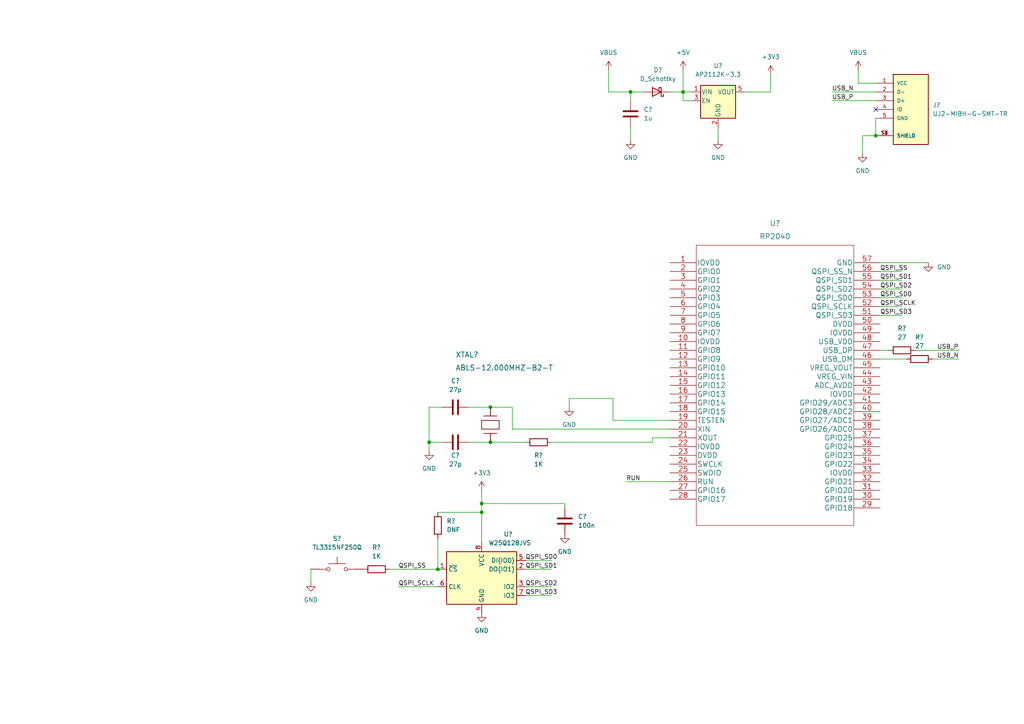
<source format=kicad_sch>
(kicad_sch (version 20211123) (generator eeschema)
  (paper "A4")
  (lib_symbols
    (symbol "ABLS-12-000MHZ-B2-T:ABLS-12.000MHZ-B2-T" (pin_numbers hide) (pin_names hide)
      (property "Reference" "XTAL" (at 5.08 4.445 0))
      (property "Value" "ABLS-12.000MHZ-B2-T" (at 5.08 -7.62 0))
      (symbol "ABLS-12.000MHZ-B2-T_1_1"
        (polyline (pts (xy 2.54 -1.905) (xy 2.54 1.905)) (stroke (width 0.2032)))
        (polyline (pts (xy 3.81 -2.54) (xy 3.81 2.54)) (stroke (width 0.2032)))
        (polyline (pts (xy 3.81 2.54) (xy 6.35 2.54)) (stroke (width 0.2032)))
        (polyline (pts (xy 6.35 -2.54) (xy 3.81 -2.54)) (stroke (width 0.2032)))
        (polyline (pts (xy 6.35 2.54) (xy 6.35 -2.54)) (stroke (width 0.2032)))
        (polyline (pts (xy 7.62 -1.905) (xy 7.62 1.905)) (stroke (width 0.2032)))
        (pin unspecified line (at 0 0 0) (length 2.54) (name "1") (number "1"))
        (pin unspecified line (at 10.16 0 180) (length 2.54) (name "2") (number "2"))
      )
    )
    (symbol "Device:C" (pin_numbers hide) (pin_names (offset 0.254))
      (property "Reference" "C" (at 0.635 2.54 0))
      (property "Value" "C" (at 0.635 -2.54 0))
      (symbol "C_0_1"
        (polyline (pts (xy -2.032 -0.762) (xy 2.032 -0.762)) (stroke (width 0.508)))
        (polyline (pts (xy -2.032 0.762) (xy 2.032 0.762)) (stroke (width 0.508)))
      )
      (symbol "C_1_1"
        (pin passive line (at 0 3.81 270) (length 2.794) (name "~") (number "1"))
        (pin passive line (at 0 -3.81 90) (length 2.794) (name "~") (number "2"))
      )
    )
    (symbol "Device:D_Schottky" (pin_numbers hide) (pin_names (offset 1.016) hide)
      (property "Reference" "D" (at 0 2.54 0))
      (property "Value" "D_Schottky" (at 0 -2.54 0))
      (symbol "D_Schottky_0_1"
        (polyline (pts (xy 1.27 0) (xy -1.27 0)))
        (polyline (pts (xy 1.27 1.27) (xy 1.27 -1.27) (xy -1.27 0) (xy 1.27 1.27)) (stroke (width 0.254)))
        (polyline (pts (xy -1.905 0.635) (xy -1.905 1.27) (xy -1.27 1.27) (xy -1.27 -1.27) (xy -0.635 -1.27) (xy -0.635 -0.635)) (stroke (width 0.254)))
      )
      (symbol "D_Schottky_1_1"
        (pin passive line (at -3.81 0 0) (length 2.54) (name "K") (number "1"))
        (pin passive line (at 3.81 0 180) (length 2.54) (name "A") (number "2"))
      )
    )
    (symbol "Device:R" (pin_numbers hide) (pin_names (offset 0))
      (property "Reference" "R" (at 2.032 0 90))
      (property "Value" "R" (at 0 0 90))
      (symbol "R_0_1"
        (rectangle (start -1.016 -2.54) (end 1.016 2.54) (stroke (width 0.254)))
      )
      (symbol "R_1_1"
        (pin passive line (at 0 3.81 270) (length 1.27) (name "~") (number "1"))
        (pin passive line (at 0 -3.81 90) (length 1.27) (name "~") (number "2"))
      )
    )
    (symbol "Memory_Flash:W25Q128JVS"
      (property "Reference" "U" (at -8.89 8.89 0))
      (property "Value" "W25Q128JVS" (at 7.62 8.89 0))
      (symbol "W25Q128JVS_0_1"
        (rectangle (start -10.16 7.62) (end 10.16 -7.62) (stroke (width 0.254)) (fill (type background)))
      )
      (symbol "W25Q128JVS_1_1"
        (pin input line (at -12.7 2.54 0) (length 2.54) (name "~{CS}") (number "1"))
        (pin bidirectional line (at 12.7 2.54 180) (length 2.54) (name "DO(IO1)") (number "2"))
        (pin bidirectional line (at 12.7 -2.54 180) (length 2.54) (name "IO2") (number "3"))
        (pin power_in line (at 0 -10.16 90) (length 2.54) (name "GND") (number "4"))
        (pin bidirectional line (at 12.7 5.08 180) (length 2.54) (name "DI(IO0)") (number "5"))
        (pin input line (at -12.7 -2.54 0) (length 2.54) (name "CLK") (number "6"))
        (pin bidirectional line (at 12.7 -5.08 180) (length 2.54) (name "IO3") (number "7"))
        (pin power_in line (at 0 10.16 270) (length 2.54) (name "VCC") (number "8"))
      )
    )
    (symbol "RP2040:SC090813" (pin_names (offset 0.254))
      (property "Reference" "U" (at 30.48 10.16 0))
      (property "Value" "SC090813" (at 30.48 7.62 0))
      (symbol "SC090813_1_1"
        (polyline (pts (xy 7.62 -76.2) (xy 53.34 -76.2)) (stroke (width 0.127)))
        (polyline (pts (xy 7.62 5.08) (xy 7.62 -76.2)) (stroke (width 0.127)))
        (polyline (pts (xy 53.34 -76.2) (xy 53.34 5.08)) (stroke (width 0.127)))
        (polyline (pts (xy 53.34 5.08) (xy 7.62 5.08)) (stroke (width 0.127)))
        (pin power_in line (at 0 0 0) (length 7.62) (name "IOVDD") (number "1"))
        (pin power_in line (at 0 -22.86 0) (length 7.62) (name "IOVDD") (number "10"))
        (pin bidirectional line (at 0 -25.4 0) (length 7.62) (name "GPIO8") (number "11"))
        (pin bidirectional line (at 0 -27.94 0) (length 7.62) (name "GPIO9") (number "12"))
        (pin bidirectional line (at 0 -30.48 0) (length 7.62) (name "GPIO10") (number "13"))
        (pin bidirectional line (at 0 -33.02 0) (length 7.62) (name "GPIO11") (number "14"))
        (pin bidirectional line (at 0 -35.56 0) (length 7.62) (name "GPIO12") (number "15"))
        (pin bidirectional line (at 0 -38.1 0) (length 7.62) (name "GPIO13") (number "16"))
        (pin bidirectional line (at 0 -40.64 0) (length 7.62) (name "GPIO14") (number "17"))
        (pin bidirectional line (at 0 -43.18 0) (length 7.62) (name "GPIO15") (number "18"))
        (pin unspecified line (at 0 -45.72 0) (length 7.62) (name "TESTEN") (number "19"))
        (pin bidirectional line (at 0 -2.54 0) (length 7.62) (name "GPIO0") (number "2"))
        (pin unspecified line (at 0 -48.26 0) (length 7.62) (name "XIN") (number "20"))
        (pin output line (at 0 -50.8 0) (length 7.62) (name "XOUT") (number "21"))
        (pin power_in line (at 0 -53.34 0) (length 7.62) (name "IOVDD") (number "22"))
        (pin power_in line (at 0 -55.88 0) (length 7.62) (name "DVDD") (number "23"))
        (pin unspecified line (at 0 -58.42 0) (length 7.62) (name "SWCLK") (number "24"))
        (pin unspecified line (at 0 -60.96 0) (length 7.62) (name "SWDIO") (number "25"))
        (pin unspecified line (at 0 -63.5 0) (length 7.62) (name "RUN") (number "26"))
        (pin bidirectional line (at 0 -66.04 0) (length 7.62) (name "GPIO16") (number "27"))
        (pin bidirectional line (at 0 -68.58 0) (length 7.62) (name "GPIO17") (number "28"))
        (pin bidirectional line (at 60.96 -71.12 180) (length 7.62) (name "GPIO18") (number "29"))
        (pin bidirectional line (at 0 -5.08 0) (length 7.62) (name "GPIO1") (number "3"))
        (pin bidirectional line (at 60.96 -68.58 180) (length 7.62) (name "GPIO19") (number "30"))
        (pin bidirectional line (at 60.96 -66.04 180) (length 7.62) (name "GPIO20") (number "31"))
        (pin bidirectional line (at 60.96 -63.5 180) (length 7.62) (name "GPIO21") (number "32"))
        (pin power_in line (at 60.96 -60.96 180) (length 7.62) (name "IOVDD") (number "33"))
        (pin bidirectional line (at 60.96 -58.42 180) (length 7.62) (name "GPIO22") (number "34"))
        (pin bidirectional line (at 60.96 -55.88 180) (length 7.62) (name "GPIO23") (number "35"))
        (pin bidirectional line (at 60.96 -53.34 180) (length 7.62) (name "GPIO24") (number "36"))
        (pin bidirectional line (at 60.96 -50.8 180) (length 7.62) (name "GPIO25") (number "37"))
        (pin bidirectional line (at 60.96 -48.26 180) (length 7.62) (name "GPIO26/ADC0") (number "38"))
        (pin bidirectional line (at 60.96 -45.72 180) (length 7.62) (name "GPIO27/ADC1") (number "39"))
        (pin bidirectional line (at 0 -7.62 0) (length 7.62) (name "GPIO2") (number "4"))
        (pin bidirectional line (at 60.96 -43.18 180) (length 7.62) (name "GPIO28/ADC2") (number "40"))
        (pin bidirectional line (at 60.96 -40.64 180) (length 7.62) (name "GPIO29/ADC3") (number "41"))
        (pin power_in line (at 60.96 -38.1 180) (length 7.62) (name "IOVDD") (number "42"))
        (pin power_in line (at 60.96 -35.56 180) (length 7.62) (name "ADC_AVDD") (number "43"))
        (pin unspecified line (at 60.96 -33.02 180) (length 7.62) (name "VREG_VIN") (number "44"))
        (pin output line (at 60.96 -30.48 180) (length 7.62) (name "VREG_VOUT") (number "45"))
        (pin unspecified line (at 60.96 -27.94 180) (length 7.62) (name "USB_DM") (number "46"))
        (pin unspecified line (at 60.96 -25.4 180) (length 7.62) (name "USB_DP") (number "47"))
        (pin power_in line (at 60.96 -22.86 180) (length 7.62) (name "USB_VDD") (number "48"))
        (pin power_in line (at 60.96 -20.32 180) (length 7.62) (name "IOVDD") (number "49"))
        (pin bidirectional line (at 0 -10.16 0) (length 7.62) (name "GPIO3") (number "5"))
        (pin power_in line (at 60.96 -17.78 180) (length 7.62) (name "DVDD") (number "50"))
        (pin bidirectional line (at 60.96 -15.24 180) (length 7.62) (name "QSPI_SD3") (number "51"))
        (pin unspecified line (at 60.96 -12.7 180) (length 7.62) (name "QSPI_SCLK") (number "52"))
        (pin bidirectional line (at 60.96 -10.16 180) (length 7.62) (name "QSPI_SD0") (number "53"))
        (pin bidirectional line (at 60.96 -7.62 180) (length 7.62) (name "QSPI_SD2") (number "54"))
        (pin bidirectional line (at 60.96 -5.08 180) (length 7.62) (name "QSPI_SD1") (number "55"))
        (pin unspecified line (at 60.96 -2.54 180) (length 7.62) (name "QSPI_SS_N") (number "56"))
        (pin power_in line (at 60.96 0 180) (length 7.62) (name "GND") (number "57"))
        (pin bidirectional line (at 0 -12.7 0) (length 7.62) (name "GPIO4") (number "6"))
        (pin bidirectional line (at 0 -15.24 0) (length 7.62) (name "GPIO5") (number "7"))
        (pin bidirectional line (at 0 -17.78 0) (length 7.62) (name "GPIO6") (number "8"))
        (pin bidirectional line (at 0 -20.32 0) (length 7.62) (name "GPIO7") (number "9"))
      )
    )
    (symbol "Regulator_Linear:AP2112K-3.3" (pin_names (offset 0.254))
      (property "Reference" "U" (at -5.08 5.715 0))
      (property "Value" "AP2112K-3.3" (at 0 5.715 0))
      (symbol "AP2112K-3.3_0_1"
        (rectangle (start -5.08 4.445) (end 5.08 -5.08) (stroke (width 0.254)) (fill (type background)))
      )
      (symbol "AP2112K-3.3_1_1"
        (pin power_in line (at -7.62 2.54 0) (length 2.54) (name "VIN") (number "1"))
        (pin power_in line (at 0 -7.62 90) (length 2.54) (name "GND") (number "2"))
        (pin input line (at -7.62 0 0) (length 2.54) (name "EN") (number "3"))
        (pin no_connect line (at 5.08 0 180) (length 2.54) hide (name "NC") (number "4"))
        (pin power_out line (at 7.62 2.54 180) (length 2.54) (name "VOUT") (number "5"))
      )
    )
    (symbol "TL3315NF250Q:TL3315NF250Q" (pin_numbers hide) (pin_names (offset 1.016) hide)
      (property "Reference" "S" (at -7.62 5.08 0))
      (property "Value" "TL3315NF250Q" (at -7.62 -5.08 0))
      (symbol "TL3315NF250Q_0_0"
        (circle (center -2.54 0) (radius 0.508) (stroke (width 0.1524)))
        (polyline (pts (xy -5.08 0) (xy -3.048 0)) (stroke (width 0.1524)))
        (polyline (pts (xy -2.54 1.6002) (xy 0 1.6002)) (stroke (width 0.1524)))
        (polyline (pts (xy 0 1.6002) (xy 0 3.5052)) (stroke (width 0.1524)))
        (polyline (pts (xy 0 1.6002) (xy 2.54 1.6002)) (stroke (width 0.1524)))
        (polyline (pts (xy 5.08 0) (xy 3.048 0)) (stroke (width 0.1524)))
        (circle (center 2.54 0) (radius 0.508) (stroke (width 0.1524)))
        (pin passive line (at -7.62 0 0) (length 2.54) (name "~") (number "1"))
        (pin passive line (at -7.62 0 0) (length 2.54) (name "~") (number "2"))
        (pin passive line (at 7.62 0 180) (length 2.54) (name "~") (number "3"))
        (pin passive line (at 7.62 0 180) (length 2.54) (name "~") (number "4"))
      )
    )
    (symbol "UJ2-MIBH-G-SMT-TR:UJ2-MIBH-G-SMT-TR" (pin_names (offset 1.016))
      (property "Reference" "J" (at -5.08 11.43 0))
      (property "Value" "UJ2-MIBH-G-SMT-TR" (at -5.08 -12.7 0))
      (symbol "UJ2-MIBH-G-SMT-TR_0_0"
        (rectangle (start -5.08 -10.16) (end 5.08 10.16) (stroke (width 0.254)) (fill (type background)))
        (pin power_in line (at -10.16 7.62 0) (length 5.08) (name "VCC") (number "1"))
        (pin bidirectional line (at -10.16 5.08 0) (length 5.08) (name "D-") (number "2"))
        (pin bidirectional line (at -10.16 2.54 0) (length 5.08) (name "D+") (number "3"))
        (pin bidirectional line (at -10.16 0 0) (length 5.08) (name "ID") (number "4"))
        (pin power_in line (at -10.16 -2.54 0) (length 5.08) (name "GND") (number "5"))
        (pin passive line (at -10.16 -7.62 0) (length 5.08) (name "SHIELD") (number "S1"))
        (pin passive line (at -10.16 -7.62 0) (length 5.08) (name "SHIELD") (number "S2"))
        (pin passive line (at -10.16 -7.62 0) (length 5.08) (name "SHIELD") (number "S3"))
        (pin passive line (at -10.16 -7.62 0) (length 5.08) (name "SHIELD") (number "S4"))
      )
    )
    (symbol "power:+3V3" (power) (pin_names (offset 0))
      (property "Value" "+3V3" (at 0 3.556 0))
      (symbol "+3V3_0_1"
        (polyline (pts (xy -0.762 1.27) (xy 0 2.54)))
        (polyline (pts (xy 0 0) (xy 0 2.54)))
        (polyline (pts (xy 0 2.54) (xy 0.762 1.27)))
      )
      (symbol "+3V3_1_1"
        (pin power_in line (at 0 0 90) (length 0) hide (name "+3V3") (number "1"))
      )
    )
    (symbol "power:+5V" (power) (pin_names (offset 0))
      (property "Value" "+5V" (at 0 3.556 0))
      (symbol "+5V_0_1"
        (polyline (pts (xy -0.762 1.27) (xy 0 2.54)))
        (polyline (pts (xy 0 0) (xy 0 2.54)))
        (polyline (pts (xy 0 2.54) (xy 0.762 1.27)))
      )
      (symbol "+5V_1_1"
        (pin power_in line (at 0 0 90) (length 0) hide (name "+5V") (number "1"))
      )
    )
    (symbol "power:GND" (power) (pin_names (offset 0))
      (property "Value" "GND" (at 0 -3.81 0))
      (symbol "GND_0_1"
        (polyline (pts (xy 0 0) (xy 0 -1.27) (xy 1.27 -1.27) (xy 0 -2.54) (xy -1.27 -1.27) (xy 0 -1.27)))
      )
      (symbol "GND_1_1"
        (pin power_in line (at 0 0 270) (length 0) hide (name "GND") (number "1"))
      )
    )
    (symbol "power:VBUS" (power) (pin_names (offset 0))
      (property "Value" "VBUS" (at 0 3.81 0))
      (symbol "VBUS_0_1"
        (polyline (pts (xy -0.762 1.27) (xy 0 2.54)))
        (polyline (pts (xy 0 0) (xy 0 2.54)))
        (polyline (pts (xy 0 2.54) (xy 0.762 1.27)))
      )
      (symbol "VBUS_1_1"
        (pin power_in line (at 0 0 90) (length 0) hide (name "VBUS") (number "1"))
      )
    )
  )
  (junction (at 127 165.1))
  (junction (at 142.24 118.11))
  (junction (at 139.7 148.59))
  (junction (at 254 39.37))
  (junction (at 142.24 128.27))
  (junction (at 198.12 26.67))
  (junction (at 139.7 146.05))
  (junction (at 182.88 26.67))
  (junction (at 124.46 128.27))
  (no_connect (at 254 31.75))
  (wire (pts (xy 139.7 146.05) (xy 139.7 148.59)))
  (wire (pts (xy 182.88 26.67) (xy 182.88 29.21)))
  (wire (pts (xy 127 148.59) (xy 139.7 148.59)))
  (wire (pts (xy 115.57 170.18) (xy 127 170.18)))
  (wire (pts (xy 135.89 118.11) (xy 142.24 118.11)))
  (wire (pts (xy 255.27 91.44) (xy 261.62 91.44)))
  (wire (pts (xy 124.46 128.27) (xy 128.27 128.27)))
  (wire (pts (xy 176.53 20.32) (xy 176.53 26.67)))
  (wire (pts (xy 198.12 20.32) (xy 198.12 26.67)))
  (wire (pts (xy 160.02 128.27) (xy 189.23 128.27)))
  (wire (pts (xy 255.27 78.74) (xy 261.62 78.74)))
  (wire (pts (xy 241.3 26.67) (xy 254 26.67)))
  (wire (pts (xy 189.23 128.27) (xy 189.23 127)))
  (wire (pts (xy 148.59 118.11) (xy 148.59 124.46)))
  (wire (pts (xy 255.27 88.9) (xy 261.62 88.9)))
  (wire (pts (xy 142.24 118.11) (xy 148.59 118.11)))
  (wire (pts (xy 208.28 40.64) (xy 208.28 36.83)))
  (wire (pts (xy 254 34.29) (xy 254 39.37)))
  (wire (pts (xy 255.27 86.36) (xy 261.62 86.36)))
  (wire (pts (xy 127 156.21) (xy 127 165.1)))
  (wire (pts (xy 128.27 118.11) (xy 124.46 118.11)))
  (wire (pts (xy 248.92 20.32) (xy 248.92 24.13)))
  (wire (pts (xy 241.3 29.21) (xy 254 29.21)))
  (wire (pts (xy 223.52 26.67) (xy 223.52 21.59)))
  (wire (pts (xy 255.27 81.28) (xy 261.62 81.28)))
  (wire (pts (xy 113.03 165.1) (xy 127 165.1)))
  (wire (pts (xy 152.4 165.1) (xy 160.02 165.1)))
  (wire (pts (xy 139.7 148.59) (xy 139.7 157.48)))
  (wire (pts (xy 139.7 146.05) (xy 163.83 146.05)))
  (wire (pts (xy 265.43 101.6) (xy 278.13 101.6)))
  (wire (pts (xy 255.27 101.6) (xy 257.81 101.6)))
  (wire (pts (xy 194.31 26.67) (xy 198.12 26.67)))
  (wire (pts (xy 182.88 36.83) (xy 182.88 40.64)))
  (wire (pts (xy 148.59 124.46) (xy 194.31 124.46)))
  (wire (pts (xy 198.12 29.21) (xy 198.12 26.67)))
  (wire (pts (xy 135.89 128.27) (xy 142.24 128.27)))
  (wire (pts (xy 254 39.37) (xy 250.19 39.37)))
  (wire (pts (xy 255.27 104.14) (xy 262.89 104.14)))
  (wire (pts (xy 163.83 146.05) (xy 163.83 147.32)))
  (wire (pts (xy 186.69 26.67) (xy 182.88 26.67)))
  (wire (pts (xy 124.46 118.11) (xy 124.46 128.27)))
  (wire (pts (xy 90.17 165.1) (xy 90.17 168.91)))
  (wire (pts (xy 255.27 83.82) (xy 261.62 83.82)))
  (wire (pts (xy 198.12 26.67) (xy 200.66 26.67)))
  (wire (pts (xy 181.61 139.7) (xy 194.31 139.7)))
  (wire (pts (xy 152.4 170.18) (xy 160.02 170.18)))
  (wire (pts (xy 200.66 29.21) (xy 198.12 29.21)))
  (wire (pts (xy 177.8 115.57) (xy 165.1 115.57)))
  (wire (pts (xy 177.8 121.92) (xy 177.8 115.57)))
  (wire (pts (xy 270.51 104.14) (xy 278.13 104.14)))
  (wire (pts (xy 255.27 76.2) (xy 269.24 76.2)))
  (wire (pts (xy 189.23 127) (xy 194.31 127)))
  (wire (pts (xy 250.19 39.37) (xy 250.19 44.45)))
  (wire (pts (xy 152.4 162.56) (xy 160.02 162.56)))
  (wire (pts (xy 215.9 26.67) (xy 223.52 26.67)))
  (wire (pts (xy 139.7 142.24) (xy 139.7 146.05)))
  (wire (pts (xy 124.46 128.27) (xy 124.46 130.81)))
  (wire (pts (xy 165.1 115.57) (xy 165.1 118.11)))
  (wire (pts (xy 194.31 121.92) (xy 177.8 121.92)))
  (wire (pts (xy 254 24.13) (xy 248.92 24.13)))
  (wire (pts (xy 182.88 26.67) (xy 176.53 26.67)))
  (wire (pts (xy 152.4 172.72) (xy 160.02 172.72)))
  (wire (pts (xy 142.24 128.27) (xy 152.4 128.27)))
  (label "USB_N" (at 271.78 104.14 0))
  (label "QSPI_SD0" (at 255.27 86.36 0))
  (label "QSPI_SD1" (at 255.27 81.28 0))
  (label "QSPI_SD3" (at 255.27 91.44 0))
  (label "QSPI_SS" (at 255.27 78.74 0))
  (label "USB_N" (at 241.3 26.67 0))
  (label "RUN" (at 181.61 139.7 0))
  (label "QSPI_SD2" (at 255.27 83.82 0))
  (label "USB_P" (at 241.3 29.21 0))
  (label "QSPI_SD3" (at 152.4 172.72 0))
  (label "QSPI_SCLK" (at 115.57 170.18 0))
  (label "QSPI_SS" (at 115.57 165.1 0))
  (label "QSPI_SCLK" (at 255.27 88.9 0))
  (label "USB_P" (at 271.78 101.6 0))
  (label "QSPI_SD2" (at 152.4 170.18 0))
  (label "QSPI_SD0" (at 152.4 162.56 0))
  (label "QSPI_SD1" (at 152.4 165.1 0))
  (symbol (lib_id "power:+5V") (at 198.12 20.32 0) (unit 1)
    (property "Reference" "#PWR?" (effects hide))
    (property "Value" "+5V" (at 198.12 15.24 0))
  )
  (symbol (lib_id "power:+3V3") (at 139.7 142.24 0) (unit 1)
    (property "Reference" "#PWR?" (effects hide))
    (property "Value" "+3V3" (at 139.7 137.16 0))
  )
  (symbol (lib_id "power:GND") (at 165.1 118.11 0) (unit 1)
    (property "Reference" "#PWR?" (effects hide))
    (property "Value" "GND" (at 165.1 123.19 0))
  )
  (symbol (lib_id "power:VBUS") (at 176.53 20.32 0) (unit 1)
    (property "Reference" "#PWR?" (effects hide))
    (property "Value" "VBUS" (at 176.53 15.24 0))
  )
  (symbol (lib_id "Memory_Flash:W25Q128JVS") (at 139.7 167.64 0) (unit 1)
    (property "Reference" "U?" (at 146.05 154.94 0) (effects (justify left)))
    (property "Value" "W25Q128JVS" (at 141.7194 157.48 0) (effects (justify left)))
    (property "Footprint" "Package_SO:SOIC-8_5.23x5.23mm_P1.27mm" (effects hide))
    (property "Datasheet" "http://www.winbond.com/resource-files/w25q128jv_dtr%20revc%2003272018%20plus.pdf" (effects hide))
  )
  (symbol (lib_id "Regulator_Linear:AP2112K-3.3") (at 208.28 29.21 0) (unit 1)
    (property "Reference" "U?" (at 208.28 19.05 0))
    (property "Value" "AP2112K-3.3" (at 208.28 21.59 0))
    (property "Footprint" "Package_TO_SOT_SMD:SOT-23-5" (effects hide))
    (property "Datasheet" "https://www.diodes.com/assets/Datasheets/AP2112.pdf" (effects hide))
  )
  (symbol (lib_id "Device:C") (at 132.08 118.11 90) (unit 1)
    (property "Reference" "C?" (at 132.08 110.49 90))
    (property "Value" "27p" (at 132.08 113.03 90))
  )
  (symbol (lib_id "TL3315NF250Q:TL3315NF250Q") (at 97.79 165.1 0) (unit 1)
    (property "Reference" "S?" (at 97.79 156.21 0))
    (property "Value" "TL3315NF250Q" (at 97.79 158.75 0))
    (property "Footprint" "SW_TL3315NF250Q" (effects hide))
    (property "MP" "TL3315NF250Q" (effects hide))
    (property "Availability" "In Stock" (effects hide))
    (property "Package" "None" (effects hide))
    (property "Price" "None" (effects hide))
    (property "MF" "E-Switch" (effects hide))
    (property "Description" "Tactile Switch SPST-NO Top Actuated Surface Mount" (effects hide))
    (property "Purchase-URL" "https://pricing.snapeda.com/search/part/TL3315NF250Q/?ref=eda" (effects hide))
  )
  (symbol (lib_id "Device:R") (at 127 152.4 0) (unit 1)
    (property "Reference" "R?" (at 129.54 151.1299 0) (effects (justify left)))
    (property "Value" "DNF" (at 129.54 153.6699 0) (effects (justify left)))
  )
  (symbol (lib_id "Device:D_Schottky") (at 190.5 26.67 180) (unit 1)
    (property "Reference" "D?" (at 190.8175 20.32 0))
    (property "Value" "D_Schottky" (at 190.8175 22.86 0))
  )
  (symbol (lib_id "power:VBUS") (at 248.92 20.32 0) (unit 1)
    (property "Reference" "#PWR?" (effects hide))
    (property "Value" "VBUS" (at 248.92 15.24 0))
  )
  (symbol (lib_id "Device:C") (at 182.88 33.02 0) (unit 1)
    (property "Reference" "C?" (at 186.69 31.7499 0) (effects (justify left)))
    (property "Value" "1u" (at 186.69 34.2899 0) (effects (justify left)))
  )
  (symbol (lib_id "power:GND") (at 182.88 40.64 0) (unit 1)
    (property "Reference" "#PWR?" (effects hide))
    (property "Value" "GND" (at 182.88 45.72 0))
  )
  (symbol (lib_id "power:GND") (at 90.17 168.91 0) (unit 1)
    (property "Reference" "#PWR?" (effects hide))
    (property "Value" "GND" (at 90.17 173.99 0))
  )
  (symbol (lib_id "UJ2-MIBH-G-SMT-TR:UJ2-MIBH-G-SMT-TR") (at 264.16 31.75 0) (unit 1)
    (property "Reference" "J?" (at 270.51 30.4799 0) (effects (justify left)))
    (property "Value" "UJ2-MIBH-G-SMT-TR" (at 270.51 33.0199 0) (effects (justify left)))
    (property "Footprint" "CUI_UJ2-MIBH-G-SMT-TR" (effects hide))
    (property "MAXIMUM_PACKAGE_HEIGHT" "2.95 mm" (effects hide))
    (property "MANUFACTURER" "CUI" (effects hide))
    (property "STANDARD" "Manufacturer Recommendations" (effects hide))
    (property "PARTREV" "1.0" (effects hide))
  )
  (symbol (lib_id "Device:R") (at 261.62 101.6 90) (unit 1)
    (property "Reference" "R?" (at 261.62 95.25 90))
    (property "Value" "27" (at 261.62 97.79 90))
  )
  (symbol (lib_id "power:GND") (at 124.46 130.81 0) (unit 1)
    (property "Reference" "#PWR?" (effects hide))
    (property "Value" "GND" (at 124.46 135.89 0))
  )
  (symbol (lib_id "power:GND") (at 250.19 44.45 0) (unit 1)
    (property "Reference" "#PWR?" (effects hide))
    (property "Value" "GND" (at 250.19 49.53 0))
  )
  (symbol (lib_id "Device:R") (at 266.7 104.14 270) (unit 1)
    (property "Reference" "R?" (at 266.7 97.79 90))
    (property "Value" "27" (at 266.7 100.33 90))
  )
  (symbol (lib_id "power:GND") (at 208.28 40.64 0) (unit 1)
    (property "Reference" "#PWR?" (effects hide))
    (property "Value" "GND" (at 208.28 45.72 0))
  )
  (symbol (lib_id "power:+3V3") (at 223.52 21.59 0) (unit 1)
    (property "Reference" "#PWR?" (effects hide))
    (property "Value" "+3V3" (at 223.52 16.51 0))
  )
  (symbol (lib_id "power:GND") (at 269.24 76.2 0) (unit 1)
    (property "Reference" "#PWR?" (effects hide))
    (property "Value" "GND" (at 271.78 77.4699 0) (effects (justify left)))
  )
  (symbol (lib_id "Device:C") (at 163.83 151.13 0) (unit 1)
    (property "Reference" "C?" (at 167.64 149.8599 0) (effects (justify left)))
    (property "Value" "100n" (at 167.64 152.3999 0) (effects (justify left)))
  )
  (symbol (lib_id "RP2040:SC090813") (at 194.31 76.2 0) (unit 1)
    (property "Reference" "U?" (at 224.79 64.77 0) (effects (font (size 1.524 1.524))))
    (property "Value" "RP2040" (at 224.79 68.58 0) (effects (font (size 1.524 1.524))))
    (property "Footprint" "IC57_RP2040" (effects hide))
  )
  (symbol (lib_id "Device:R") (at 156.21 128.27 90) (unit 1)
    (property "Reference" "R?" (at 156.21 132.08 90))
    (property "Value" "1K" (at 156.21 134.62 90))
  )
  (symbol (lib_id "power:GND") (at 163.83 154.94 0) (unit 1)
    (property "Reference" "#PWR?" (effects hide))
    (property "Value" "GND" (at 163.83 160.02 0))
  )
  (symbol (lib_id "Device:C") (at 132.08 128.27 90) (unit 1)
    (property "Reference" "C?" (at 132.08 132.08 90))
    (property "Value" "27p" (at 132.08 134.62 90))
  )
  (symbol (lib_id "Device:R") (at 109.22 165.1 90) (unit 1)
    (property "Reference" "R?" (at 109.22 158.75 90))
    (property "Value" "1K" (at 109.22 161.29 90))
  )
  (symbol (lib_id "ABLS-12-000MHZ-B2-T:ABLS-12.000MHZ-B2-T") (at 142.24 128.27 90) (unit 1)
    (property "Reference" "XTAL?" (at 132.08 102.87 90) (effects (font (size 1.524 1.524)) (justify right)))
    (property "Value" "ABLS-12.000MHZ-B2-T" (at 132.08 106.68 90) (effects (font (size 1.524 1.524)) (justify right)))
    (property "Footprint" "XTAL_HC/49US_ABLS_ABR" (effects hide))
  )
  (symbol (lib_id "power:GND") (at 139.7 177.8 0) (unit 1)
    (property "Reference" "#PWR?" (effects hide))
    (property "Value" "GND" (at 139.7 182.88 0))
  )
)
</source>
